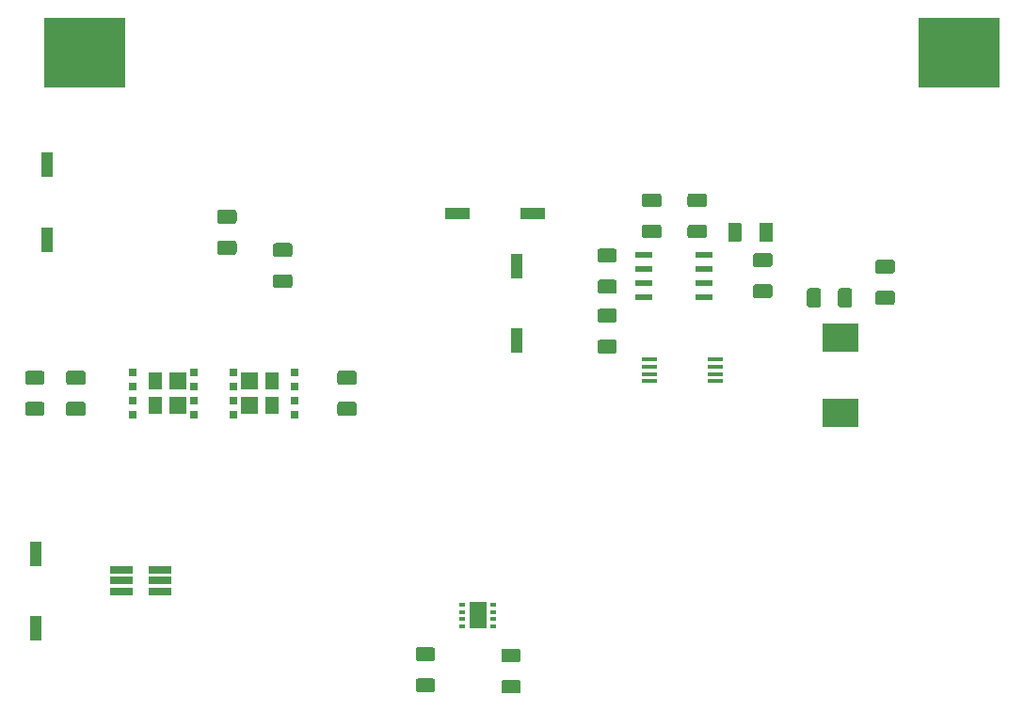
<source format=gbr>
G04 #@! TF.GenerationSoftware,KiCad,Pcbnew,(5.1.0)-1*
G04 #@! TF.CreationDate,2019-06-24T17:08:15-03:00*
G04 #@! TF.ProjectId,Main,4d61696e-2e6b-4696-9361-645f70636258,1.0*
G04 #@! TF.SameCoordinates,Original*
G04 #@! TF.FileFunction,Paste,Top*
G04 #@! TF.FilePolarity,Positive*
%FSLAX46Y46*%
G04 Gerber Fmt 4.6, Leading zero omitted, Abs format (unit mm)*
G04 Created by KiCad (PCBNEW (5.1.0)-1) date 2019-06-24 17:08:15*
%MOMM*%
%LPD*%
G04 APERTURE LIST*
%ADD10R,7.340000X6.350000*%
%ADD11C,0.100000*%
%ADD12C,1.250000*%
%ADD13R,3.300000X2.500000*%
%ADD14R,1.200000X1.550000*%
%ADD15R,1.600000X1.550000*%
%ADD16R,0.800000X0.700000*%
%ADD17R,1.450000X0.450000*%
%ADD18R,2.160000X1.120000*%
%ADD19R,1.120000X2.160000*%
%ADD20R,1.550000X0.600000*%
%ADD21R,0.500000X0.350000*%
%ADD22R,1.650000X2.400000*%
%ADD23R,2.000000X0.650000*%
G04 APERTURE END LIST*
D10*
X33990000Y-36310000D03*
X112650000Y-36310000D03*
D11*
G36*
X81669504Y-53986204D02*
G01*
X81693773Y-53989804D01*
X81717571Y-53995765D01*
X81740671Y-54004030D01*
X81762849Y-54014520D01*
X81783893Y-54027133D01*
X81803598Y-54041747D01*
X81821777Y-54058223D01*
X81838253Y-54076402D01*
X81852867Y-54096107D01*
X81865480Y-54117151D01*
X81875970Y-54139329D01*
X81884235Y-54162429D01*
X81890196Y-54186227D01*
X81893796Y-54210496D01*
X81895000Y-54235000D01*
X81895000Y-54985000D01*
X81893796Y-55009504D01*
X81890196Y-55033773D01*
X81884235Y-55057571D01*
X81875970Y-55080671D01*
X81865480Y-55102849D01*
X81852867Y-55123893D01*
X81838253Y-55143598D01*
X81821777Y-55161777D01*
X81803598Y-55178253D01*
X81783893Y-55192867D01*
X81762849Y-55205480D01*
X81740671Y-55215970D01*
X81717571Y-55224235D01*
X81693773Y-55230196D01*
X81669504Y-55233796D01*
X81645000Y-55235000D01*
X80395000Y-55235000D01*
X80370496Y-55233796D01*
X80346227Y-55230196D01*
X80322429Y-55224235D01*
X80299329Y-55215970D01*
X80277151Y-55205480D01*
X80256107Y-55192867D01*
X80236402Y-55178253D01*
X80218223Y-55161777D01*
X80201747Y-55143598D01*
X80187133Y-55123893D01*
X80174520Y-55102849D01*
X80164030Y-55080671D01*
X80155765Y-55057571D01*
X80149804Y-55033773D01*
X80146204Y-55009504D01*
X80145000Y-54985000D01*
X80145000Y-54235000D01*
X80146204Y-54210496D01*
X80149804Y-54186227D01*
X80155765Y-54162429D01*
X80164030Y-54139329D01*
X80174520Y-54117151D01*
X80187133Y-54096107D01*
X80201747Y-54076402D01*
X80218223Y-54058223D01*
X80236402Y-54041747D01*
X80256107Y-54027133D01*
X80277151Y-54014520D01*
X80299329Y-54004030D01*
X80322429Y-53995765D01*
X80346227Y-53989804D01*
X80370496Y-53986204D01*
X80395000Y-53985000D01*
X81645000Y-53985000D01*
X81669504Y-53986204D01*
X81669504Y-53986204D01*
G37*
D12*
X81020000Y-54610000D03*
D11*
G36*
X81669504Y-56786204D02*
G01*
X81693773Y-56789804D01*
X81717571Y-56795765D01*
X81740671Y-56804030D01*
X81762849Y-56814520D01*
X81783893Y-56827133D01*
X81803598Y-56841747D01*
X81821777Y-56858223D01*
X81838253Y-56876402D01*
X81852867Y-56896107D01*
X81865480Y-56917151D01*
X81875970Y-56939329D01*
X81884235Y-56962429D01*
X81890196Y-56986227D01*
X81893796Y-57010496D01*
X81895000Y-57035000D01*
X81895000Y-57785000D01*
X81893796Y-57809504D01*
X81890196Y-57833773D01*
X81884235Y-57857571D01*
X81875970Y-57880671D01*
X81865480Y-57902849D01*
X81852867Y-57923893D01*
X81838253Y-57943598D01*
X81821777Y-57961777D01*
X81803598Y-57978253D01*
X81783893Y-57992867D01*
X81762849Y-58005480D01*
X81740671Y-58015970D01*
X81717571Y-58024235D01*
X81693773Y-58030196D01*
X81669504Y-58033796D01*
X81645000Y-58035000D01*
X80395000Y-58035000D01*
X80370496Y-58033796D01*
X80346227Y-58030196D01*
X80322429Y-58024235D01*
X80299329Y-58015970D01*
X80277151Y-58005480D01*
X80256107Y-57992867D01*
X80236402Y-57978253D01*
X80218223Y-57961777D01*
X80201747Y-57943598D01*
X80187133Y-57923893D01*
X80174520Y-57902849D01*
X80164030Y-57880671D01*
X80155765Y-57857571D01*
X80149804Y-57833773D01*
X80146204Y-57809504D01*
X80145000Y-57785000D01*
X80145000Y-57035000D01*
X80146204Y-57010496D01*
X80149804Y-56986227D01*
X80155765Y-56962429D01*
X80164030Y-56939329D01*
X80174520Y-56917151D01*
X80187133Y-56896107D01*
X80201747Y-56876402D01*
X80218223Y-56858223D01*
X80236402Y-56841747D01*
X80256107Y-56827133D01*
X80277151Y-56814520D01*
X80299329Y-56804030D01*
X80322429Y-56795765D01*
X80346227Y-56789804D01*
X80370496Y-56786204D01*
X80395000Y-56785000D01*
X81645000Y-56785000D01*
X81669504Y-56786204D01*
X81669504Y-56786204D01*
G37*
D12*
X81020000Y-57410000D03*
D11*
G36*
X92919504Y-51636204D02*
G01*
X92943773Y-51639804D01*
X92967571Y-51645765D01*
X92990671Y-51654030D01*
X93012849Y-51664520D01*
X93033893Y-51677133D01*
X93053598Y-51691747D01*
X93071777Y-51708223D01*
X93088253Y-51726402D01*
X93102867Y-51746107D01*
X93115480Y-51767151D01*
X93125970Y-51789329D01*
X93134235Y-51812429D01*
X93140196Y-51836227D01*
X93143796Y-51860496D01*
X93145000Y-51885000D01*
X93145000Y-53135000D01*
X93143796Y-53159504D01*
X93140196Y-53183773D01*
X93134235Y-53207571D01*
X93125970Y-53230671D01*
X93115480Y-53252849D01*
X93102867Y-53273893D01*
X93088253Y-53293598D01*
X93071777Y-53311777D01*
X93053598Y-53328253D01*
X93033893Y-53342867D01*
X93012849Y-53355480D01*
X92990671Y-53365970D01*
X92967571Y-53374235D01*
X92943773Y-53380196D01*
X92919504Y-53383796D01*
X92895000Y-53385000D01*
X92145000Y-53385000D01*
X92120496Y-53383796D01*
X92096227Y-53380196D01*
X92072429Y-53374235D01*
X92049329Y-53365970D01*
X92027151Y-53355480D01*
X92006107Y-53342867D01*
X91986402Y-53328253D01*
X91968223Y-53311777D01*
X91951747Y-53293598D01*
X91937133Y-53273893D01*
X91924520Y-53252849D01*
X91914030Y-53230671D01*
X91905765Y-53207571D01*
X91899804Y-53183773D01*
X91896204Y-53159504D01*
X91895000Y-53135000D01*
X91895000Y-51885000D01*
X91896204Y-51860496D01*
X91899804Y-51836227D01*
X91905765Y-51812429D01*
X91914030Y-51789329D01*
X91924520Y-51767151D01*
X91937133Y-51746107D01*
X91951747Y-51726402D01*
X91968223Y-51708223D01*
X91986402Y-51691747D01*
X92006107Y-51677133D01*
X92027151Y-51664520D01*
X92049329Y-51654030D01*
X92072429Y-51645765D01*
X92096227Y-51639804D01*
X92120496Y-51636204D01*
X92145000Y-51635000D01*
X92895000Y-51635000D01*
X92919504Y-51636204D01*
X92919504Y-51636204D01*
G37*
D12*
X92520000Y-52510000D03*
D11*
G36*
X95719504Y-51636204D02*
G01*
X95743773Y-51639804D01*
X95767571Y-51645765D01*
X95790671Y-51654030D01*
X95812849Y-51664520D01*
X95833893Y-51677133D01*
X95853598Y-51691747D01*
X95871777Y-51708223D01*
X95888253Y-51726402D01*
X95902867Y-51746107D01*
X95915480Y-51767151D01*
X95925970Y-51789329D01*
X95934235Y-51812429D01*
X95940196Y-51836227D01*
X95943796Y-51860496D01*
X95945000Y-51885000D01*
X95945000Y-53135000D01*
X95943796Y-53159504D01*
X95940196Y-53183773D01*
X95934235Y-53207571D01*
X95925970Y-53230671D01*
X95915480Y-53252849D01*
X95902867Y-53273893D01*
X95888253Y-53293598D01*
X95871777Y-53311777D01*
X95853598Y-53328253D01*
X95833893Y-53342867D01*
X95812849Y-53355480D01*
X95790671Y-53365970D01*
X95767571Y-53374235D01*
X95743773Y-53380196D01*
X95719504Y-53383796D01*
X95695000Y-53385000D01*
X94945000Y-53385000D01*
X94920496Y-53383796D01*
X94896227Y-53380196D01*
X94872429Y-53374235D01*
X94849329Y-53365970D01*
X94827151Y-53355480D01*
X94806107Y-53342867D01*
X94786402Y-53328253D01*
X94768223Y-53311777D01*
X94751747Y-53293598D01*
X94737133Y-53273893D01*
X94724520Y-53252849D01*
X94714030Y-53230671D01*
X94705765Y-53207571D01*
X94699804Y-53183773D01*
X94696204Y-53159504D01*
X94695000Y-53135000D01*
X94695000Y-51885000D01*
X94696204Y-51860496D01*
X94699804Y-51836227D01*
X94705765Y-51812429D01*
X94714030Y-51789329D01*
X94724520Y-51767151D01*
X94737133Y-51746107D01*
X94751747Y-51726402D01*
X94768223Y-51708223D01*
X94786402Y-51691747D01*
X94806107Y-51677133D01*
X94827151Y-51664520D01*
X94849329Y-51654030D01*
X94872429Y-51645765D01*
X94896227Y-51639804D01*
X94920496Y-51636204D01*
X94945000Y-51635000D01*
X95695000Y-51635000D01*
X95719504Y-51636204D01*
X95719504Y-51636204D01*
G37*
D12*
X95320000Y-52510000D03*
D11*
G36*
X52469504Y-53486204D02*
G01*
X52493773Y-53489804D01*
X52517571Y-53495765D01*
X52540671Y-53504030D01*
X52562849Y-53514520D01*
X52583893Y-53527133D01*
X52603598Y-53541747D01*
X52621777Y-53558223D01*
X52638253Y-53576402D01*
X52652867Y-53596107D01*
X52665480Y-53617151D01*
X52675970Y-53639329D01*
X52684235Y-53662429D01*
X52690196Y-53686227D01*
X52693796Y-53710496D01*
X52695000Y-53735000D01*
X52695000Y-54485000D01*
X52693796Y-54509504D01*
X52690196Y-54533773D01*
X52684235Y-54557571D01*
X52675970Y-54580671D01*
X52665480Y-54602849D01*
X52652867Y-54623893D01*
X52638253Y-54643598D01*
X52621777Y-54661777D01*
X52603598Y-54678253D01*
X52583893Y-54692867D01*
X52562849Y-54705480D01*
X52540671Y-54715970D01*
X52517571Y-54724235D01*
X52493773Y-54730196D01*
X52469504Y-54733796D01*
X52445000Y-54735000D01*
X51195000Y-54735000D01*
X51170496Y-54733796D01*
X51146227Y-54730196D01*
X51122429Y-54724235D01*
X51099329Y-54715970D01*
X51077151Y-54705480D01*
X51056107Y-54692867D01*
X51036402Y-54678253D01*
X51018223Y-54661777D01*
X51001747Y-54643598D01*
X50987133Y-54623893D01*
X50974520Y-54602849D01*
X50964030Y-54580671D01*
X50955765Y-54557571D01*
X50949804Y-54533773D01*
X50946204Y-54509504D01*
X50945000Y-54485000D01*
X50945000Y-53735000D01*
X50946204Y-53710496D01*
X50949804Y-53686227D01*
X50955765Y-53662429D01*
X50964030Y-53639329D01*
X50974520Y-53617151D01*
X50987133Y-53596107D01*
X51001747Y-53576402D01*
X51018223Y-53558223D01*
X51036402Y-53541747D01*
X51056107Y-53527133D01*
X51077151Y-53514520D01*
X51099329Y-53504030D01*
X51122429Y-53495765D01*
X51146227Y-53489804D01*
X51170496Y-53486204D01*
X51195000Y-53485000D01*
X52445000Y-53485000D01*
X52469504Y-53486204D01*
X52469504Y-53486204D01*
G37*
D12*
X51820000Y-54110000D03*
D11*
G36*
X52469504Y-56286204D02*
G01*
X52493773Y-56289804D01*
X52517571Y-56295765D01*
X52540671Y-56304030D01*
X52562849Y-56314520D01*
X52583893Y-56327133D01*
X52603598Y-56341747D01*
X52621777Y-56358223D01*
X52638253Y-56376402D01*
X52652867Y-56396107D01*
X52665480Y-56417151D01*
X52675970Y-56439329D01*
X52684235Y-56462429D01*
X52690196Y-56486227D01*
X52693796Y-56510496D01*
X52695000Y-56535000D01*
X52695000Y-57285000D01*
X52693796Y-57309504D01*
X52690196Y-57333773D01*
X52684235Y-57357571D01*
X52675970Y-57380671D01*
X52665480Y-57402849D01*
X52652867Y-57423893D01*
X52638253Y-57443598D01*
X52621777Y-57461777D01*
X52603598Y-57478253D01*
X52583893Y-57492867D01*
X52562849Y-57505480D01*
X52540671Y-57515970D01*
X52517571Y-57524235D01*
X52493773Y-57530196D01*
X52469504Y-57533796D01*
X52445000Y-57535000D01*
X51195000Y-57535000D01*
X51170496Y-57533796D01*
X51146227Y-57530196D01*
X51122429Y-57524235D01*
X51099329Y-57515970D01*
X51077151Y-57505480D01*
X51056107Y-57492867D01*
X51036402Y-57478253D01*
X51018223Y-57461777D01*
X51001747Y-57443598D01*
X50987133Y-57423893D01*
X50974520Y-57402849D01*
X50964030Y-57380671D01*
X50955765Y-57357571D01*
X50949804Y-57333773D01*
X50946204Y-57309504D01*
X50945000Y-57285000D01*
X50945000Y-56535000D01*
X50946204Y-56510496D01*
X50949804Y-56486227D01*
X50955765Y-56462429D01*
X50964030Y-56439329D01*
X50974520Y-56417151D01*
X50987133Y-56396107D01*
X51001747Y-56376402D01*
X51018223Y-56358223D01*
X51036402Y-56341747D01*
X51056107Y-56327133D01*
X51077151Y-56314520D01*
X51099329Y-56304030D01*
X51122429Y-56295765D01*
X51146227Y-56289804D01*
X51170496Y-56286204D01*
X51195000Y-56285000D01*
X52445000Y-56285000D01*
X52469504Y-56286204D01*
X52469504Y-56286204D01*
G37*
D12*
X51820000Y-56910000D03*
D11*
G36*
X89774505Y-51809205D02*
G01*
X89798774Y-51812805D01*
X89822572Y-51818766D01*
X89845672Y-51827031D01*
X89867850Y-51837521D01*
X89888894Y-51850134D01*
X89908599Y-51864748D01*
X89926778Y-51881224D01*
X89943254Y-51899403D01*
X89957868Y-51919108D01*
X89970481Y-51940152D01*
X89980971Y-51962330D01*
X89989236Y-51985430D01*
X89995197Y-52009228D01*
X89998797Y-52033497D01*
X90000001Y-52058001D01*
X90000001Y-52808001D01*
X89998797Y-52832505D01*
X89995197Y-52856774D01*
X89989236Y-52880572D01*
X89980971Y-52903672D01*
X89970481Y-52925850D01*
X89957868Y-52946894D01*
X89943254Y-52966599D01*
X89926778Y-52984778D01*
X89908599Y-53001254D01*
X89888894Y-53015868D01*
X89867850Y-53028481D01*
X89845672Y-53038971D01*
X89822572Y-53047236D01*
X89798774Y-53053197D01*
X89774505Y-53056797D01*
X89750001Y-53058001D01*
X88500001Y-53058001D01*
X88475497Y-53056797D01*
X88451228Y-53053197D01*
X88427430Y-53047236D01*
X88404330Y-53038971D01*
X88382152Y-53028481D01*
X88361108Y-53015868D01*
X88341403Y-53001254D01*
X88323224Y-52984778D01*
X88306748Y-52966599D01*
X88292134Y-52946894D01*
X88279521Y-52925850D01*
X88269031Y-52903672D01*
X88260766Y-52880572D01*
X88254805Y-52856774D01*
X88251205Y-52832505D01*
X88250001Y-52808001D01*
X88250001Y-52058001D01*
X88251205Y-52033497D01*
X88254805Y-52009228D01*
X88260766Y-51985430D01*
X88269031Y-51962330D01*
X88279521Y-51940152D01*
X88292134Y-51919108D01*
X88306748Y-51899403D01*
X88323224Y-51881224D01*
X88341403Y-51864748D01*
X88361108Y-51850134D01*
X88382152Y-51837521D01*
X88404330Y-51827031D01*
X88427430Y-51818766D01*
X88451228Y-51812805D01*
X88475497Y-51809205D01*
X88500001Y-51808001D01*
X89750001Y-51808001D01*
X89774505Y-51809205D01*
X89774505Y-51809205D01*
G37*
D12*
X89125001Y-52433001D03*
D11*
G36*
X89774505Y-49009205D02*
G01*
X89798774Y-49012805D01*
X89822572Y-49018766D01*
X89845672Y-49027031D01*
X89867850Y-49037521D01*
X89888894Y-49050134D01*
X89908599Y-49064748D01*
X89926778Y-49081224D01*
X89943254Y-49099403D01*
X89957868Y-49119108D01*
X89970481Y-49140152D01*
X89980971Y-49162330D01*
X89989236Y-49185430D01*
X89995197Y-49209228D01*
X89998797Y-49233497D01*
X90000001Y-49258001D01*
X90000001Y-50008001D01*
X89998797Y-50032505D01*
X89995197Y-50056774D01*
X89989236Y-50080572D01*
X89980971Y-50103672D01*
X89970481Y-50125850D01*
X89957868Y-50146894D01*
X89943254Y-50166599D01*
X89926778Y-50184778D01*
X89908599Y-50201254D01*
X89888894Y-50215868D01*
X89867850Y-50228481D01*
X89845672Y-50238971D01*
X89822572Y-50247236D01*
X89798774Y-50253197D01*
X89774505Y-50256797D01*
X89750001Y-50258001D01*
X88500001Y-50258001D01*
X88475497Y-50256797D01*
X88451228Y-50253197D01*
X88427430Y-50247236D01*
X88404330Y-50238971D01*
X88382152Y-50228481D01*
X88361108Y-50215868D01*
X88341403Y-50201254D01*
X88323224Y-50184778D01*
X88306748Y-50166599D01*
X88292134Y-50146894D01*
X88279521Y-50125850D01*
X88269031Y-50103672D01*
X88260766Y-50080572D01*
X88254805Y-50056774D01*
X88251205Y-50032505D01*
X88250001Y-50008001D01*
X88250001Y-49258001D01*
X88251205Y-49233497D01*
X88254805Y-49209228D01*
X88260766Y-49185430D01*
X88269031Y-49162330D01*
X88279521Y-49140152D01*
X88292134Y-49119108D01*
X88306748Y-49099403D01*
X88323224Y-49081224D01*
X88341403Y-49064748D01*
X88361108Y-49050134D01*
X88382152Y-49037521D01*
X88404330Y-49027031D01*
X88427430Y-49018766D01*
X88451228Y-49012805D01*
X88475497Y-49009205D01*
X88500001Y-49008001D01*
X89750001Y-49008001D01*
X89774505Y-49009205D01*
X89774505Y-49009205D01*
G37*
D12*
X89125001Y-49633001D03*
D11*
G36*
X85669504Y-49009205D02*
G01*
X85693773Y-49012805D01*
X85717571Y-49018766D01*
X85740671Y-49027031D01*
X85762849Y-49037521D01*
X85783893Y-49050134D01*
X85803598Y-49064748D01*
X85821777Y-49081224D01*
X85838253Y-49099403D01*
X85852867Y-49119108D01*
X85865480Y-49140152D01*
X85875970Y-49162330D01*
X85884235Y-49185430D01*
X85890196Y-49209228D01*
X85893796Y-49233497D01*
X85895000Y-49258001D01*
X85895000Y-50008001D01*
X85893796Y-50032505D01*
X85890196Y-50056774D01*
X85884235Y-50080572D01*
X85875970Y-50103672D01*
X85865480Y-50125850D01*
X85852867Y-50146894D01*
X85838253Y-50166599D01*
X85821777Y-50184778D01*
X85803598Y-50201254D01*
X85783893Y-50215868D01*
X85762849Y-50228481D01*
X85740671Y-50238971D01*
X85717571Y-50247236D01*
X85693773Y-50253197D01*
X85669504Y-50256797D01*
X85645000Y-50258001D01*
X84395000Y-50258001D01*
X84370496Y-50256797D01*
X84346227Y-50253197D01*
X84322429Y-50247236D01*
X84299329Y-50238971D01*
X84277151Y-50228481D01*
X84256107Y-50215868D01*
X84236402Y-50201254D01*
X84218223Y-50184778D01*
X84201747Y-50166599D01*
X84187133Y-50146894D01*
X84174520Y-50125850D01*
X84164030Y-50103672D01*
X84155765Y-50080572D01*
X84149804Y-50056774D01*
X84146204Y-50032505D01*
X84145000Y-50008001D01*
X84145000Y-49258001D01*
X84146204Y-49233497D01*
X84149804Y-49209228D01*
X84155765Y-49185430D01*
X84164030Y-49162330D01*
X84174520Y-49140152D01*
X84187133Y-49119108D01*
X84201747Y-49099403D01*
X84218223Y-49081224D01*
X84236402Y-49064748D01*
X84256107Y-49050134D01*
X84277151Y-49037521D01*
X84299329Y-49027031D01*
X84322429Y-49018766D01*
X84346227Y-49012805D01*
X84370496Y-49009205D01*
X84395000Y-49008001D01*
X85645000Y-49008001D01*
X85669504Y-49009205D01*
X85669504Y-49009205D01*
G37*
D12*
X85020000Y-49633001D03*
D11*
G36*
X85669504Y-51809205D02*
G01*
X85693773Y-51812805D01*
X85717571Y-51818766D01*
X85740671Y-51827031D01*
X85762849Y-51837521D01*
X85783893Y-51850134D01*
X85803598Y-51864748D01*
X85821777Y-51881224D01*
X85838253Y-51899403D01*
X85852867Y-51919108D01*
X85865480Y-51940152D01*
X85875970Y-51962330D01*
X85884235Y-51985430D01*
X85890196Y-52009228D01*
X85893796Y-52033497D01*
X85895000Y-52058001D01*
X85895000Y-52808001D01*
X85893796Y-52832505D01*
X85890196Y-52856774D01*
X85884235Y-52880572D01*
X85875970Y-52903672D01*
X85865480Y-52925850D01*
X85852867Y-52946894D01*
X85838253Y-52966599D01*
X85821777Y-52984778D01*
X85803598Y-53001254D01*
X85783893Y-53015868D01*
X85762849Y-53028481D01*
X85740671Y-53038971D01*
X85717571Y-53047236D01*
X85693773Y-53053197D01*
X85669504Y-53056797D01*
X85645000Y-53058001D01*
X84395000Y-53058001D01*
X84370496Y-53056797D01*
X84346227Y-53053197D01*
X84322429Y-53047236D01*
X84299329Y-53038971D01*
X84277151Y-53028481D01*
X84256107Y-53015868D01*
X84236402Y-53001254D01*
X84218223Y-52984778D01*
X84201747Y-52966599D01*
X84187133Y-52946894D01*
X84174520Y-52925850D01*
X84164030Y-52903672D01*
X84155765Y-52880572D01*
X84149804Y-52856774D01*
X84146204Y-52832505D01*
X84145000Y-52808001D01*
X84145000Y-52058001D01*
X84146204Y-52033497D01*
X84149804Y-52009228D01*
X84155765Y-51985430D01*
X84164030Y-51962330D01*
X84174520Y-51940152D01*
X84187133Y-51919108D01*
X84201747Y-51899403D01*
X84218223Y-51881224D01*
X84236402Y-51864748D01*
X84256107Y-51850134D01*
X84277151Y-51837521D01*
X84299329Y-51827031D01*
X84322429Y-51818766D01*
X84346227Y-51812805D01*
X84370496Y-51809205D01*
X84395000Y-51808001D01*
X85645000Y-51808001D01*
X85669504Y-51809205D01*
X85669504Y-51809205D01*
G37*
D12*
X85020000Y-52433001D03*
D11*
G36*
X65306503Y-89871205D02*
G01*
X65330772Y-89874805D01*
X65354570Y-89880766D01*
X65377670Y-89889031D01*
X65399848Y-89899521D01*
X65420892Y-89912134D01*
X65440597Y-89926748D01*
X65458776Y-89943224D01*
X65475252Y-89961403D01*
X65489866Y-89981108D01*
X65502479Y-90002152D01*
X65512969Y-90024330D01*
X65521234Y-90047430D01*
X65527195Y-90071228D01*
X65530795Y-90095497D01*
X65531999Y-90120001D01*
X65531999Y-90870001D01*
X65530795Y-90894505D01*
X65527195Y-90918774D01*
X65521234Y-90942572D01*
X65512969Y-90965672D01*
X65502479Y-90987850D01*
X65489866Y-91008894D01*
X65475252Y-91028599D01*
X65458776Y-91046778D01*
X65440597Y-91063254D01*
X65420892Y-91077868D01*
X65399848Y-91090481D01*
X65377670Y-91100971D01*
X65354570Y-91109236D01*
X65330772Y-91115197D01*
X65306503Y-91118797D01*
X65281999Y-91120001D01*
X64031999Y-91120001D01*
X64007495Y-91118797D01*
X63983226Y-91115197D01*
X63959428Y-91109236D01*
X63936328Y-91100971D01*
X63914150Y-91090481D01*
X63893106Y-91077868D01*
X63873401Y-91063254D01*
X63855222Y-91046778D01*
X63838746Y-91028599D01*
X63824132Y-91008894D01*
X63811519Y-90987850D01*
X63801029Y-90965672D01*
X63792764Y-90942572D01*
X63786803Y-90918774D01*
X63783203Y-90894505D01*
X63781999Y-90870001D01*
X63781999Y-90120001D01*
X63783203Y-90095497D01*
X63786803Y-90071228D01*
X63792764Y-90047430D01*
X63801029Y-90024330D01*
X63811519Y-90002152D01*
X63824132Y-89981108D01*
X63838746Y-89961403D01*
X63855222Y-89943224D01*
X63873401Y-89926748D01*
X63893106Y-89912134D01*
X63914150Y-89899521D01*
X63936328Y-89889031D01*
X63959428Y-89880766D01*
X63983226Y-89874805D01*
X64007495Y-89871205D01*
X64031999Y-89870001D01*
X65281999Y-89870001D01*
X65306503Y-89871205D01*
X65306503Y-89871205D01*
G37*
D12*
X64656999Y-90495001D03*
D11*
G36*
X65306503Y-92671205D02*
G01*
X65330772Y-92674805D01*
X65354570Y-92680766D01*
X65377670Y-92689031D01*
X65399848Y-92699521D01*
X65420892Y-92712134D01*
X65440597Y-92726748D01*
X65458776Y-92743224D01*
X65475252Y-92761403D01*
X65489866Y-92781108D01*
X65502479Y-92802152D01*
X65512969Y-92824330D01*
X65521234Y-92847430D01*
X65527195Y-92871228D01*
X65530795Y-92895497D01*
X65531999Y-92920001D01*
X65531999Y-93670001D01*
X65530795Y-93694505D01*
X65527195Y-93718774D01*
X65521234Y-93742572D01*
X65512969Y-93765672D01*
X65502479Y-93787850D01*
X65489866Y-93808894D01*
X65475252Y-93828599D01*
X65458776Y-93846778D01*
X65440597Y-93863254D01*
X65420892Y-93877868D01*
X65399848Y-93890481D01*
X65377670Y-93900971D01*
X65354570Y-93909236D01*
X65330772Y-93915197D01*
X65306503Y-93918797D01*
X65281999Y-93920001D01*
X64031999Y-93920001D01*
X64007495Y-93918797D01*
X63983226Y-93915197D01*
X63959428Y-93909236D01*
X63936328Y-93900971D01*
X63914150Y-93890481D01*
X63893106Y-93877868D01*
X63873401Y-93863254D01*
X63855222Y-93846778D01*
X63838746Y-93828599D01*
X63824132Y-93808894D01*
X63811519Y-93787850D01*
X63801029Y-93765672D01*
X63792764Y-93742572D01*
X63786803Y-93718774D01*
X63783203Y-93694505D01*
X63781999Y-93670001D01*
X63781999Y-92920001D01*
X63783203Y-92895497D01*
X63786803Y-92871228D01*
X63792764Y-92847430D01*
X63801029Y-92824330D01*
X63811519Y-92802152D01*
X63824132Y-92781108D01*
X63838746Y-92761403D01*
X63855222Y-92743224D01*
X63873401Y-92726748D01*
X63893106Y-92712134D01*
X63914150Y-92699521D01*
X63936328Y-92689031D01*
X63959428Y-92680766D01*
X63983226Y-92674805D01*
X64007495Y-92671205D01*
X64031999Y-92670001D01*
X65281999Y-92670001D01*
X65306503Y-92671205D01*
X65306503Y-92671205D01*
G37*
D12*
X64656999Y-93295001D03*
D11*
G36*
X73019504Y-92786204D02*
G01*
X73043773Y-92789804D01*
X73067571Y-92795765D01*
X73090671Y-92804030D01*
X73112849Y-92814520D01*
X73133893Y-92827133D01*
X73153598Y-92841747D01*
X73171777Y-92858223D01*
X73188253Y-92876402D01*
X73202867Y-92896107D01*
X73215480Y-92917151D01*
X73225970Y-92939329D01*
X73234235Y-92962429D01*
X73240196Y-92986227D01*
X73243796Y-93010496D01*
X73245000Y-93035000D01*
X73245000Y-93785000D01*
X73243796Y-93809504D01*
X73240196Y-93833773D01*
X73234235Y-93857571D01*
X73225970Y-93880671D01*
X73215480Y-93902849D01*
X73202867Y-93923893D01*
X73188253Y-93943598D01*
X73171777Y-93961777D01*
X73153598Y-93978253D01*
X73133893Y-93992867D01*
X73112849Y-94005480D01*
X73090671Y-94015970D01*
X73067571Y-94024235D01*
X73043773Y-94030196D01*
X73019504Y-94033796D01*
X72995000Y-94035000D01*
X71745000Y-94035000D01*
X71720496Y-94033796D01*
X71696227Y-94030196D01*
X71672429Y-94024235D01*
X71649329Y-94015970D01*
X71627151Y-94005480D01*
X71606107Y-93992867D01*
X71586402Y-93978253D01*
X71568223Y-93961777D01*
X71551747Y-93943598D01*
X71537133Y-93923893D01*
X71524520Y-93902849D01*
X71514030Y-93880671D01*
X71505765Y-93857571D01*
X71499804Y-93833773D01*
X71496204Y-93809504D01*
X71495000Y-93785000D01*
X71495000Y-93035000D01*
X71496204Y-93010496D01*
X71499804Y-92986227D01*
X71505765Y-92962429D01*
X71514030Y-92939329D01*
X71524520Y-92917151D01*
X71537133Y-92896107D01*
X71551747Y-92876402D01*
X71568223Y-92858223D01*
X71586402Y-92841747D01*
X71606107Y-92827133D01*
X71627151Y-92814520D01*
X71649329Y-92804030D01*
X71672429Y-92795765D01*
X71696227Y-92789804D01*
X71720496Y-92786204D01*
X71745000Y-92785000D01*
X72995000Y-92785000D01*
X73019504Y-92786204D01*
X73019504Y-92786204D01*
G37*
D12*
X72370000Y-93410000D03*
D11*
G36*
X73019504Y-89986204D02*
G01*
X73043773Y-89989804D01*
X73067571Y-89995765D01*
X73090671Y-90004030D01*
X73112849Y-90014520D01*
X73133893Y-90027133D01*
X73153598Y-90041747D01*
X73171777Y-90058223D01*
X73188253Y-90076402D01*
X73202867Y-90096107D01*
X73215480Y-90117151D01*
X73225970Y-90139329D01*
X73234235Y-90162429D01*
X73240196Y-90186227D01*
X73243796Y-90210496D01*
X73245000Y-90235000D01*
X73245000Y-90985000D01*
X73243796Y-91009504D01*
X73240196Y-91033773D01*
X73234235Y-91057571D01*
X73225970Y-91080671D01*
X73215480Y-91102849D01*
X73202867Y-91123893D01*
X73188253Y-91143598D01*
X73171777Y-91161777D01*
X73153598Y-91178253D01*
X73133893Y-91192867D01*
X73112849Y-91205480D01*
X73090671Y-91215970D01*
X73067571Y-91224235D01*
X73043773Y-91230196D01*
X73019504Y-91233796D01*
X72995000Y-91235000D01*
X71745000Y-91235000D01*
X71720496Y-91233796D01*
X71696227Y-91230196D01*
X71672429Y-91224235D01*
X71649329Y-91215970D01*
X71627151Y-91205480D01*
X71606107Y-91192867D01*
X71586402Y-91178253D01*
X71568223Y-91161777D01*
X71551747Y-91143598D01*
X71537133Y-91123893D01*
X71524520Y-91102849D01*
X71514030Y-91080671D01*
X71505765Y-91057571D01*
X71499804Y-91033773D01*
X71496204Y-91009504D01*
X71495000Y-90985000D01*
X71495000Y-90235000D01*
X71496204Y-90210496D01*
X71499804Y-90186227D01*
X71505765Y-90162429D01*
X71514030Y-90139329D01*
X71524520Y-90117151D01*
X71537133Y-90096107D01*
X71551747Y-90076402D01*
X71568223Y-90058223D01*
X71586402Y-90041747D01*
X71606107Y-90027133D01*
X71627151Y-90014520D01*
X71649329Y-90004030D01*
X71672429Y-89995765D01*
X71696227Y-89989804D01*
X71720496Y-89986204D01*
X71745000Y-89985000D01*
X72995000Y-89985000D01*
X73019504Y-89986204D01*
X73019504Y-89986204D01*
G37*
D12*
X72370000Y-90610000D03*
D11*
G36*
X102819504Y-57536204D02*
G01*
X102843773Y-57539804D01*
X102867571Y-57545765D01*
X102890671Y-57554030D01*
X102912849Y-57564520D01*
X102933893Y-57577133D01*
X102953598Y-57591747D01*
X102971777Y-57608223D01*
X102988253Y-57626402D01*
X103002867Y-57646107D01*
X103015480Y-57667151D01*
X103025970Y-57689329D01*
X103034235Y-57712429D01*
X103040196Y-57736227D01*
X103043796Y-57760496D01*
X103045000Y-57785000D01*
X103045000Y-59035000D01*
X103043796Y-59059504D01*
X103040196Y-59083773D01*
X103034235Y-59107571D01*
X103025970Y-59130671D01*
X103015480Y-59152849D01*
X103002867Y-59173893D01*
X102988253Y-59193598D01*
X102971777Y-59211777D01*
X102953598Y-59228253D01*
X102933893Y-59242867D01*
X102912849Y-59255480D01*
X102890671Y-59265970D01*
X102867571Y-59274235D01*
X102843773Y-59280196D01*
X102819504Y-59283796D01*
X102795000Y-59285000D01*
X102045000Y-59285000D01*
X102020496Y-59283796D01*
X101996227Y-59280196D01*
X101972429Y-59274235D01*
X101949329Y-59265970D01*
X101927151Y-59255480D01*
X101906107Y-59242867D01*
X101886402Y-59228253D01*
X101868223Y-59211777D01*
X101851747Y-59193598D01*
X101837133Y-59173893D01*
X101824520Y-59152849D01*
X101814030Y-59130671D01*
X101805765Y-59107571D01*
X101799804Y-59083773D01*
X101796204Y-59059504D01*
X101795000Y-59035000D01*
X101795000Y-57785000D01*
X101796204Y-57760496D01*
X101799804Y-57736227D01*
X101805765Y-57712429D01*
X101814030Y-57689329D01*
X101824520Y-57667151D01*
X101837133Y-57646107D01*
X101851747Y-57626402D01*
X101868223Y-57608223D01*
X101886402Y-57591747D01*
X101906107Y-57577133D01*
X101927151Y-57564520D01*
X101949329Y-57554030D01*
X101972429Y-57545765D01*
X101996227Y-57539804D01*
X102020496Y-57536204D01*
X102045000Y-57535000D01*
X102795000Y-57535000D01*
X102819504Y-57536204D01*
X102819504Y-57536204D01*
G37*
D12*
X102420000Y-58410000D03*
D11*
G36*
X100019504Y-57536204D02*
G01*
X100043773Y-57539804D01*
X100067571Y-57545765D01*
X100090671Y-57554030D01*
X100112849Y-57564520D01*
X100133893Y-57577133D01*
X100153598Y-57591747D01*
X100171777Y-57608223D01*
X100188253Y-57626402D01*
X100202867Y-57646107D01*
X100215480Y-57667151D01*
X100225970Y-57689329D01*
X100234235Y-57712429D01*
X100240196Y-57736227D01*
X100243796Y-57760496D01*
X100245000Y-57785000D01*
X100245000Y-59035000D01*
X100243796Y-59059504D01*
X100240196Y-59083773D01*
X100234235Y-59107571D01*
X100225970Y-59130671D01*
X100215480Y-59152849D01*
X100202867Y-59173893D01*
X100188253Y-59193598D01*
X100171777Y-59211777D01*
X100153598Y-59228253D01*
X100133893Y-59242867D01*
X100112849Y-59255480D01*
X100090671Y-59265970D01*
X100067571Y-59274235D01*
X100043773Y-59280196D01*
X100019504Y-59283796D01*
X99995000Y-59285000D01*
X99245000Y-59285000D01*
X99220496Y-59283796D01*
X99196227Y-59280196D01*
X99172429Y-59274235D01*
X99149329Y-59265970D01*
X99127151Y-59255480D01*
X99106107Y-59242867D01*
X99086402Y-59228253D01*
X99068223Y-59211777D01*
X99051747Y-59193598D01*
X99037133Y-59173893D01*
X99024520Y-59152849D01*
X99014030Y-59130671D01*
X99005765Y-59107571D01*
X98999804Y-59083773D01*
X98996204Y-59059504D01*
X98995000Y-59035000D01*
X98995000Y-57785000D01*
X98996204Y-57760496D01*
X98999804Y-57736227D01*
X99005765Y-57712429D01*
X99014030Y-57689329D01*
X99024520Y-57667151D01*
X99037133Y-57646107D01*
X99051747Y-57626402D01*
X99068223Y-57608223D01*
X99086402Y-57591747D01*
X99106107Y-57577133D01*
X99127151Y-57564520D01*
X99149329Y-57554030D01*
X99172429Y-57545765D01*
X99196227Y-57539804D01*
X99220496Y-57536204D01*
X99245000Y-57535000D01*
X99995000Y-57535000D01*
X100019504Y-57536204D01*
X100019504Y-57536204D01*
G37*
D12*
X99620000Y-58410000D03*
D13*
X102020000Y-62010000D03*
X102020000Y-68810000D03*
D14*
X40370000Y-68100000D03*
X40370000Y-65920000D03*
D15*
X42370000Y-68100000D03*
X42370000Y-65920000D03*
D16*
X43870000Y-65100000D03*
X43870000Y-66370000D03*
X43870000Y-67650000D03*
X43870000Y-68920000D03*
X38370000Y-68920000D03*
X38370000Y-67650000D03*
X38370000Y-66370000D03*
X38370000Y-65100000D03*
X52870000Y-68920000D03*
X52870000Y-67650000D03*
X52870000Y-66370000D03*
X52870000Y-65100000D03*
X47370000Y-65100000D03*
X47370000Y-66370000D03*
X47370000Y-67650000D03*
X47370000Y-68920000D03*
D15*
X48870000Y-68100000D03*
X48870000Y-65920000D03*
D14*
X50870000Y-68100000D03*
X50870000Y-65920000D03*
D17*
X84860000Y-63965000D03*
X84860000Y-64615000D03*
X84860000Y-65265000D03*
X84860000Y-65915000D03*
X90760000Y-65915000D03*
X90760000Y-65265000D03*
X90760000Y-64615000D03*
X90760000Y-63965000D03*
D11*
G36*
X106669504Y-54986204D02*
G01*
X106693773Y-54989804D01*
X106717571Y-54995765D01*
X106740671Y-55004030D01*
X106762849Y-55014520D01*
X106783893Y-55027133D01*
X106803598Y-55041747D01*
X106821777Y-55058223D01*
X106838253Y-55076402D01*
X106852867Y-55096107D01*
X106865480Y-55117151D01*
X106875970Y-55139329D01*
X106884235Y-55162429D01*
X106890196Y-55186227D01*
X106893796Y-55210496D01*
X106895000Y-55235000D01*
X106895000Y-55985000D01*
X106893796Y-56009504D01*
X106890196Y-56033773D01*
X106884235Y-56057571D01*
X106875970Y-56080671D01*
X106865480Y-56102849D01*
X106852867Y-56123893D01*
X106838253Y-56143598D01*
X106821777Y-56161777D01*
X106803598Y-56178253D01*
X106783893Y-56192867D01*
X106762849Y-56205480D01*
X106740671Y-56215970D01*
X106717571Y-56224235D01*
X106693773Y-56230196D01*
X106669504Y-56233796D01*
X106645000Y-56235000D01*
X105395000Y-56235000D01*
X105370496Y-56233796D01*
X105346227Y-56230196D01*
X105322429Y-56224235D01*
X105299329Y-56215970D01*
X105277151Y-56205480D01*
X105256107Y-56192867D01*
X105236402Y-56178253D01*
X105218223Y-56161777D01*
X105201747Y-56143598D01*
X105187133Y-56123893D01*
X105174520Y-56102849D01*
X105164030Y-56080671D01*
X105155765Y-56057571D01*
X105149804Y-56033773D01*
X105146204Y-56009504D01*
X105145000Y-55985000D01*
X105145000Y-55235000D01*
X105146204Y-55210496D01*
X105149804Y-55186227D01*
X105155765Y-55162429D01*
X105164030Y-55139329D01*
X105174520Y-55117151D01*
X105187133Y-55096107D01*
X105201747Y-55076402D01*
X105218223Y-55058223D01*
X105236402Y-55041747D01*
X105256107Y-55027133D01*
X105277151Y-55014520D01*
X105299329Y-55004030D01*
X105322429Y-54995765D01*
X105346227Y-54989804D01*
X105370496Y-54986204D01*
X105395000Y-54985000D01*
X106645000Y-54985000D01*
X106669504Y-54986204D01*
X106669504Y-54986204D01*
G37*
D12*
X106020000Y-55610000D03*
D11*
G36*
X106669504Y-57786204D02*
G01*
X106693773Y-57789804D01*
X106717571Y-57795765D01*
X106740671Y-57804030D01*
X106762849Y-57814520D01*
X106783893Y-57827133D01*
X106803598Y-57841747D01*
X106821777Y-57858223D01*
X106838253Y-57876402D01*
X106852867Y-57896107D01*
X106865480Y-57917151D01*
X106875970Y-57939329D01*
X106884235Y-57962429D01*
X106890196Y-57986227D01*
X106893796Y-58010496D01*
X106895000Y-58035000D01*
X106895000Y-58785000D01*
X106893796Y-58809504D01*
X106890196Y-58833773D01*
X106884235Y-58857571D01*
X106875970Y-58880671D01*
X106865480Y-58902849D01*
X106852867Y-58923893D01*
X106838253Y-58943598D01*
X106821777Y-58961777D01*
X106803598Y-58978253D01*
X106783893Y-58992867D01*
X106762849Y-59005480D01*
X106740671Y-59015970D01*
X106717571Y-59024235D01*
X106693773Y-59030196D01*
X106669504Y-59033796D01*
X106645000Y-59035000D01*
X105395000Y-59035000D01*
X105370496Y-59033796D01*
X105346227Y-59030196D01*
X105322429Y-59024235D01*
X105299329Y-59015970D01*
X105277151Y-59005480D01*
X105256107Y-58992867D01*
X105236402Y-58978253D01*
X105218223Y-58961777D01*
X105201747Y-58943598D01*
X105187133Y-58923893D01*
X105174520Y-58902849D01*
X105164030Y-58880671D01*
X105155765Y-58857571D01*
X105149804Y-58833773D01*
X105146204Y-58809504D01*
X105145000Y-58785000D01*
X105145000Y-58035000D01*
X105146204Y-58010496D01*
X105149804Y-57986227D01*
X105155765Y-57962429D01*
X105164030Y-57939329D01*
X105174520Y-57917151D01*
X105187133Y-57896107D01*
X105201747Y-57876402D01*
X105218223Y-57858223D01*
X105236402Y-57841747D01*
X105256107Y-57827133D01*
X105277151Y-57814520D01*
X105299329Y-57804030D01*
X105322429Y-57795765D01*
X105346227Y-57789804D01*
X105370496Y-57786204D01*
X105395000Y-57785000D01*
X106645000Y-57785000D01*
X106669504Y-57786204D01*
X106669504Y-57786204D01*
G37*
D12*
X106020000Y-58410000D03*
D11*
G36*
X81669504Y-59386204D02*
G01*
X81693773Y-59389804D01*
X81717571Y-59395765D01*
X81740671Y-59404030D01*
X81762849Y-59414520D01*
X81783893Y-59427133D01*
X81803598Y-59441747D01*
X81821777Y-59458223D01*
X81838253Y-59476402D01*
X81852867Y-59496107D01*
X81865480Y-59517151D01*
X81875970Y-59539329D01*
X81884235Y-59562429D01*
X81890196Y-59586227D01*
X81893796Y-59610496D01*
X81895000Y-59635000D01*
X81895000Y-60385000D01*
X81893796Y-60409504D01*
X81890196Y-60433773D01*
X81884235Y-60457571D01*
X81875970Y-60480671D01*
X81865480Y-60502849D01*
X81852867Y-60523893D01*
X81838253Y-60543598D01*
X81821777Y-60561777D01*
X81803598Y-60578253D01*
X81783893Y-60592867D01*
X81762849Y-60605480D01*
X81740671Y-60615970D01*
X81717571Y-60624235D01*
X81693773Y-60630196D01*
X81669504Y-60633796D01*
X81645000Y-60635000D01*
X80395000Y-60635000D01*
X80370496Y-60633796D01*
X80346227Y-60630196D01*
X80322429Y-60624235D01*
X80299329Y-60615970D01*
X80277151Y-60605480D01*
X80256107Y-60592867D01*
X80236402Y-60578253D01*
X80218223Y-60561777D01*
X80201747Y-60543598D01*
X80187133Y-60523893D01*
X80174520Y-60502849D01*
X80164030Y-60480671D01*
X80155765Y-60457571D01*
X80149804Y-60433773D01*
X80146204Y-60409504D01*
X80145000Y-60385000D01*
X80145000Y-59635000D01*
X80146204Y-59610496D01*
X80149804Y-59586227D01*
X80155765Y-59562429D01*
X80164030Y-59539329D01*
X80174520Y-59517151D01*
X80187133Y-59496107D01*
X80201747Y-59476402D01*
X80218223Y-59458223D01*
X80236402Y-59441747D01*
X80256107Y-59427133D01*
X80277151Y-59414520D01*
X80299329Y-59404030D01*
X80322429Y-59395765D01*
X80346227Y-59389804D01*
X80370496Y-59386204D01*
X80395000Y-59385000D01*
X81645000Y-59385000D01*
X81669504Y-59386204D01*
X81669504Y-59386204D01*
G37*
D12*
X81020000Y-60010000D03*
D11*
G36*
X81669504Y-62186204D02*
G01*
X81693773Y-62189804D01*
X81717571Y-62195765D01*
X81740671Y-62204030D01*
X81762849Y-62214520D01*
X81783893Y-62227133D01*
X81803598Y-62241747D01*
X81821777Y-62258223D01*
X81838253Y-62276402D01*
X81852867Y-62296107D01*
X81865480Y-62317151D01*
X81875970Y-62339329D01*
X81884235Y-62362429D01*
X81890196Y-62386227D01*
X81893796Y-62410496D01*
X81895000Y-62435000D01*
X81895000Y-63185000D01*
X81893796Y-63209504D01*
X81890196Y-63233773D01*
X81884235Y-63257571D01*
X81875970Y-63280671D01*
X81865480Y-63302849D01*
X81852867Y-63323893D01*
X81838253Y-63343598D01*
X81821777Y-63361777D01*
X81803598Y-63378253D01*
X81783893Y-63392867D01*
X81762849Y-63405480D01*
X81740671Y-63415970D01*
X81717571Y-63424235D01*
X81693773Y-63430196D01*
X81669504Y-63433796D01*
X81645000Y-63435000D01*
X80395000Y-63435000D01*
X80370496Y-63433796D01*
X80346227Y-63430196D01*
X80322429Y-63424235D01*
X80299329Y-63415970D01*
X80277151Y-63405480D01*
X80256107Y-63392867D01*
X80236402Y-63378253D01*
X80218223Y-63361777D01*
X80201747Y-63343598D01*
X80187133Y-63323893D01*
X80174520Y-63302849D01*
X80164030Y-63280671D01*
X80155765Y-63257571D01*
X80149804Y-63233773D01*
X80146204Y-63209504D01*
X80145000Y-63185000D01*
X80145000Y-62435000D01*
X80146204Y-62410496D01*
X80149804Y-62386227D01*
X80155765Y-62362429D01*
X80164030Y-62339329D01*
X80174520Y-62317151D01*
X80187133Y-62296107D01*
X80201747Y-62276402D01*
X80218223Y-62258223D01*
X80236402Y-62241747D01*
X80256107Y-62227133D01*
X80277151Y-62214520D01*
X80299329Y-62204030D01*
X80322429Y-62195765D01*
X80346227Y-62189804D01*
X80370496Y-62186204D01*
X80395000Y-62185000D01*
X81645000Y-62185000D01*
X81669504Y-62186204D01*
X81669504Y-62186204D01*
G37*
D12*
X81020000Y-62810000D03*
D11*
G36*
X33869504Y-67786204D02*
G01*
X33893773Y-67789804D01*
X33917571Y-67795765D01*
X33940671Y-67804030D01*
X33962849Y-67814520D01*
X33983893Y-67827133D01*
X34003598Y-67841747D01*
X34021777Y-67858223D01*
X34038253Y-67876402D01*
X34052867Y-67896107D01*
X34065480Y-67917151D01*
X34075970Y-67939329D01*
X34084235Y-67962429D01*
X34090196Y-67986227D01*
X34093796Y-68010496D01*
X34095000Y-68035000D01*
X34095000Y-68785000D01*
X34093796Y-68809504D01*
X34090196Y-68833773D01*
X34084235Y-68857571D01*
X34075970Y-68880671D01*
X34065480Y-68902849D01*
X34052867Y-68923893D01*
X34038253Y-68943598D01*
X34021777Y-68961777D01*
X34003598Y-68978253D01*
X33983893Y-68992867D01*
X33962849Y-69005480D01*
X33940671Y-69015970D01*
X33917571Y-69024235D01*
X33893773Y-69030196D01*
X33869504Y-69033796D01*
X33845000Y-69035000D01*
X32595000Y-69035000D01*
X32570496Y-69033796D01*
X32546227Y-69030196D01*
X32522429Y-69024235D01*
X32499329Y-69015970D01*
X32477151Y-69005480D01*
X32456107Y-68992867D01*
X32436402Y-68978253D01*
X32418223Y-68961777D01*
X32401747Y-68943598D01*
X32387133Y-68923893D01*
X32374520Y-68902849D01*
X32364030Y-68880671D01*
X32355765Y-68857571D01*
X32349804Y-68833773D01*
X32346204Y-68809504D01*
X32345000Y-68785000D01*
X32345000Y-68035000D01*
X32346204Y-68010496D01*
X32349804Y-67986227D01*
X32355765Y-67962429D01*
X32364030Y-67939329D01*
X32374520Y-67917151D01*
X32387133Y-67896107D01*
X32401747Y-67876402D01*
X32418223Y-67858223D01*
X32436402Y-67841747D01*
X32456107Y-67827133D01*
X32477151Y-67814520D01*
X32499329Y-67804030D01*
X32522429Y-67795765D01*
X32546227Y-67789804D01*
X32570496Y-67786204D01*
X32595000Y-67785000D01*
X33845000Y-67785000D01*
X33869504Y-67786204D01*
X33869504Y-67786204D01*
G37*
D12*
X33220000Y-68410000D03*
D11*
G36*
X33869504Y-64986204D02*
G01*
X33893773Y-64989804D01*
X33917571Y-64995765D01*
X33940671Y-65004030D01*
X33962849Y-65014520D01*
X33983893Y-65027133D01*
X34003598Y-65041747D01*
X34021777Y-65058223D01*
X34038253Y-65076402D01*
X34052867Y-65096107D01*
X34065480Y-65117151D01*
X34075970Y-65139329D01*
X34084235Y-65162429D01*
X34090196Y-65186227D01*
X34093796Y-65210496D01*
X34095000Y-65235000D01*
X34095000Y-65985000D01*
X34093796Y-66009504D01*
X34090196Y-66033773D01*
X34084235Y-66057571D01*
X34075970Y-66080671D01*
X34065480Y-66102849D01*
X34052867Y-66123893D01*
X34038253Y-66143598D01*
X34021777Y-66161777D01*
X34003598Y-66178253D01*
X33983893Y-66192867D01*
X33962849Y-66205480D01*
X33940671Y-66215970D01*
X33917571Y-66224235D01*
X33893773Y-66230196D01*
X33869504Y-66233796D01*
X33845000Y-66235000D01*
X32595000Y-66235000D01*
X32570496Y-66233796D01*
X32546227Y-66230196D01*
X32522429Y-66224235D01*
X32499329Y-66215970D01*
X32477151Y-66205480D01*
X32456107Y-66192867D01*
X32436402Y-66178253D01*
X32418223Y-66161777D01*
X32401747Y-66143598D01*
X32387133Y-66123893D01*
X32374520Y-66102849D01*
X32364030Y-66080671D01*
X32355765Y-66057571D01*
X32349804Y-66033773D01*
X32346204Y-66009504D01*
X32345000Y-65985000D01*
X32345000Y-65235000D01*
X32346204Y-65210496D01*
X32349804Y-65186227D01*
X32355765Y-65162429D01*
X32364030Y-65139329D01*
X32374520Y-65117151D01*
X32387133Y-65096107D01*
X32401747Y-65076402D01*
X32418223Y-65058223D01*
X32436402Y-65041747D01*
X32456107Y-65027133D01*
X32477151Y-65014520D01*
X32499329Y-65004030D01*
X32522429Y-64995765D01*
X32546227Y-64989804D01*
X32570496Y-64986204D01*
X32595000Y-64985000D01*
X33845000Y-64985000D01*
X33869504Y-64986204D01*
X33869504Y-64986204D01*
G37*
D12*
X33220000Y-65610000D03*
D11*
G36*
X30169504Y-67786204D02*
G01*
X30193773Y-67789804D01*
X30217571Y-67795765D01*
X30240671Y-67804030D01*
X30262849Y-67814520D01*
X30283893Y-67827133D01*
X30303598Y-67841747D01*
X30321777Y-67858223D01*
X30338253Y-67876402D01*
X30352867Y-67896107D01*
X30365480Y-67917151D01*
X30375970Y-67939329D01*
X30384235Y-67962429D01*
X30390196Y-67986227D01*
X30393796Y-68010496D01*
X30395000Y-68035000D01*
X30395000Y-68785000D01*
X30393796Y-68809504D01*
X30390196Y-68833773D01*
X30384235Y-68857571D01*
X30375970Y-68880671D01*
X30365480Y-68902849D01*
X30352867Y-68923893D01*
X30338253Y-68943598D01*
X30321777Y-68961777D01*
X30303598Y-68978253D01*
X30283893Y-68992867D01*
X30262849Y-69005480D01*
X30240671Y-69015970D01*
X30217571Y-69024235D01*
X30193773Y-69030196D01*
X30169504Y-69033796D01*
X30145000Y-69035000D01*
X28895000Y-69035000D01*
X28870496Y-69033796D01*
X28846227Y-69030196D01*
X28822429Y-69024235D01*
X28799329Y-69015970D01*
X28777151Y-69005480D01*
X28756107Y-68992867D01*
X28736402Y-68978253D01*
X28718223Y-68961777D01*
X28701747Y-68943598D01*
X28687133Y-68923893D01*
X28674520Y-68902849D01*
X28664030Y-68880671D01*
X28655765Y-68857571D01*
X28649804Y-68833773D01*
X28646204Y-68809504D01*
X28645000Y-68785000D01*
X28645000Y-68035000D01*
X28646204Y-68010496D01*
X28649804Y-67986227D01*
X28655765Y-67962429D01*
X28664030Y-67939329D01*
X28674520Y-67917151D01*
X28687133Y-67896107D01*
X28701747Y-67876402D01*
X28718223Y-67858223D01*
X28736402Y-67841747D01*
X28756107Y-67827133D01*
X28777151Y-67814520D01*
X28799329Y-67804030D01*
X28822429Y-67795765D01*
X28846227Y-67789804D01*
X28870496Y-67786204D01*
X28895000Y-67785000D01*
X30145000Y-67785000D01*
X30169504Y-67786204D01*
X30169504Y-67786204D01*
G37*
D12*
X29520000Y-68410000D03*
D11*
G36*
X30169504Y-64986204D02*
G01*
X30193773Y-64989804D01*
X30217571Y-64995765D01*
X30240671Y-65004030D01*
X30262849Y-65014520D01*
X30283893Y-65027133D01*
X30303598Y-65041747D01*
X30321777Y-65058223D01*
X30338253Y-65076402D01*
X30352867Y-65096107D01*
X30365480Y-65117151D01*
X30375970Y-65139329D01*
X30384235Y-65162429D01*
X30390196Y-65186227D01*
X30393796Y-65210496D01*
X30395000Y-65235000D01*
X30395000Y-65985000D01*
X30393796Y-66009504D01*
X30390196Y-66033773D01*
X30384235Y-66057571D01*
X30375970Y-66080671D01*
X30365480Y-66102849D01*
X30352867Y-66123893D01*
X30338253Y-66143598D01*
X30321777Y-66161777D01*
X30303598Y-66178253D01*
X30283893Y-66192867D01*
X30262849Y-66205480D01*
X30240671Y-66215970D01*
X30217571Y-66224235D01*
X30193773Y-66230196D01*
X30169504Y-66233796D01*
X30145000Y-66235000D01*
X28895000Y-66235000D01*
X28870496Y-66233796D01*
X28846227Y-66230196D01*
X28822429Y-66224235D01*
X28799329Y-66215970D01*
X28777151Y-66205480D01*
X28756107Y-66192867D01*
X28736402Y-66178253D01*
X28718223Y-66161777D01*
X28701747Y-66143598D01*
X28687133Y-66123893D01*
X28674520Y-66102849D01*
X28664030Y-66080671D01*
X28655765Y-66057571D01*
X28649804Y-66033773D01*
X28646204Y-66009504D01*
X28645000Y-65985000D01*
X28645000Y-65235000D01*
X28646204Y-65210496D01*
X28649804Y-65186227D01*
X28655765Y-65162429D01*
X28664030Y-65139329D01*
X28674520Y-65117151D01*
X28687133Y-65096107D01*
X28701747Y-65076402D01*
X28718223Y-65058223D01*
X28736402Y-65041747D01*
X28756107Y-65027133D01*
X28777151Y-65014520D01*
X28799329Y-65004030D01*
X28822429Y-64995765D01*
X28846227Y-64989804D01*
X28870496Y-64986204D01*
X28895000Y-64985000D01*
X30145000Y-64985000D01*
X30169504Y-64986204D01*
X30169504Y-64986204D01*
G37*
D12*
X29520000Y-65610000D03*
D11*
G36*
X58269504Y-64986204D02*
G01*
X58293773Y-64989804D01*
X58317571Y-64995765D01*
X58340671Y-65004030D01*
X58362849Y-65014520D01*
X58383893Y-65027133D01*
X58403598Y-65041747D01*
X58421777Y-65058223D01*
X58438253Y-65076402D01*
X58452867Y-65096107D01*
X58465480Y-65117151D01*
X58475970Y-65139329D01*
X58484235Y-65162429D01*
X58490196Y-65186227D01*
X58493796Y-65210496D01*
X58495000Y-65235000D01*
X58495000Y-65985000D01*
X58493796Y-66009504D01*
X58490196Y-66033773D01*
X58484235Y-66057571D01*
X58475970Y-66080671D01*
X58465480Y-66102849D01*
X58452867Y-66123893D01*
X58438253Y-66143598D01*
X58421777Y-66161777D01*
X58403598Y-66178253D01*
X58383893Y-66192867D01*
X58362849Y-66205480D01*
X58340671Y-66215970D01*
X58317571Y-66224235D01*
X58293773Y-66230196D01*
X58269504Y-66233796D01*
X58245000Y-66235000D01*
X56995000Y-66235000D01*
X56970496Y-66233796D01*
X56946227Y-66230196D01*
X56922429Y-66224235D01*
X56899329Y-66215970D01*
X56877151Y-66205480D01*
X56856107Y-66192867D01*
X56836402Y-66178253D01*
X56818223Y-66161777D01*
X56801747Y-66143598D01*
X56787133Y-66123893D01*
X56774520Y-66102849D01*
X56764030Y-66080671D01*
X56755765Y-66057571D01*
X56749804Y-66033773D01*
X56746204Y-66009504D01*
X56745000Y-65985000D01*
X56745000Y-65235000D01*
X56746204Y-65210496D01*
X56749804Y-65186227D01*
X56755765Y-65162429D01*
X56764030Y-65139329D01*
X56774520Y-65117151D01*
X56787133Y-65096107D01*
X56801747Y-65076402D01*
X56818223Y-65058223D01*
X56836402Y-65041747D01*
X56856107Y-65027133D01*
X56877151Y-65014520D01*
X56899329Y-65004030D01*
X56922429Y-64995765D01*
X56946227Y-64989804D01*
X56970496Y-64986204D01*
X56995000Y-64985000D01*
X58245000Y-64985000D01*
X58269504Y-64986204D01*
X58269504Y-64986204D01*
G37*
D12*
X57620000Y-65610000D03*
D11*
G36*
X58269504Y-67786204D02*
G01*
X58293773Y-67789804D01*
X58317571Y-67795765D01*
X58340671Y-67804030D01*
X58362849Y-67814520D01*
X58383893Y-67827133D01*
X58403598Y-67841747D01*
X58421777Y-67858223D01*
X58438253Y-67876402D01*
X58452867Y-67896107D01*
X58465480Y-67917151D01*
X58475970Y-67939329D01*
X58484235Y-67962429D01*
X58490196Y-67986227D01*
X58493796Y-68010496D01*
X58495000Y-68035000D01*
X58495000Y-68785000D01*
X58493796Y-68809504D01*
X58490196Y-68833773D01*
X58484235Y-68857571D01*
X58475970Y-68880671D01*
X58465480Y-68902849D01*
X58452867Y-68923893D01*
X58438253Y-68943598D01*
X58421777Y-68961777D01*
X58403598Y-68978253D01*
X58383893Y-68992867D01*
X58362849Y-69005480D01*
X58340671Y-69015970D01*
X58317571Y-69024235D01*
X58293773Y-69030196D01*
X58269504Y-69033796D01*
X58245000Y-69035000D01*
X56995000Y-69035000D01*
X56970496Y-69033796D01*
X56946227Y-69030196D01*
X56922429Y-69024235D01*
X56899329Y-69015970D01*
X56877151Y-69005480D01*
X56856107Y-68992867D01*
X56836402Y-68978253D01*
X56818223Y-68961777D01*
X56801747Y-68943598D01*
X56787133Y-68923893D01*
X56774520Y-68902849D01*
X56764030Y-68880671D01*
X56755765Y-68857571D01*
X56749804Y-68833773D01*
X56746204Y-68809504D01*
X56745000Y-68785000D01*
X56745000Y-68035000D01*
X56746204Y-68010496D01*
X56749804Y-67986227D01*
X56755765Y-67962429D01*
X56764030Y-67939329D01*
X56774520Y-67917151D01*
X56787133Y-67896107D01*
X56801747Y-67876402D01*
X56818223Y-67858223D01*
X56836402Y-67841747D01*
X56856107Y-67827133D01*
X56877151Y-67814520D01*
X56899329Y-67804030D01*
X56922429Y-67795765D01*
X56946227Y-67789804D01*
X56970496Y-67786204D01*
X56995000Y-67785000D01*
X58245000Y-67785000D01*
X58269504Y-67786204D01*
X58269504Y-67786204D01*
G37*
D12*
X57620000Y-68410000D03*
D11*
G36*
X95669504Y-54386204D02*
G01*
X95693773Y-54389804D01*
X95717571Y-54395765D01*
X95740671Y-54404030D01*
X95762849Y-54414520D01*
X95783893Y-54427133D01*
X95803598Y-54441747D01*
X95821777Y-54458223D01*
X95838253Y-54476402D01*
X95852867Y-54496107D01*
X95865480Y-54517151D01*
X95875970Y-54539329D01*
X95884235Y-54562429D01*
X95890196Y-54586227D01*
X95893796Y-54610496D01*
X95895000Y-54635000D01*
X95895000Y-55385000D01*
X95893796Y-55409504D01*
X95890196Y-55433773D01*
X95884235Y-55457571D01*
X95875970Y-55480671D01*
X95865480Y-55502849D01*
X95852867Y-55523893D01*
X95838253Y-55543598D01*
X95821777Y-55561777D01*
X95803598Y-55578253D01*
X95783893Y-55592867D01*
X95762849Y-55605480D01*
X95740671Y-55615970D01*
X95717571Y-55624235D01*
X95693773Y-55630196D01*
X95669504Y-55633796D01*
X95645000Y-55635000D01*
X94395000Y-55635000D01*
X94370496Y-55633796D01*
X94346227Y-55630196D01*
X94322429Y-55624235D01*
X94299329Y-55615970D01*
X94277151Y-55605480D01*
X94256107Y-55592867D01*
X94236402Y-55578253D01*
X94218223Y-55561777D01*
X94201747Y-55543598D01*
X94187133Y-55523893D01*
X94174520Y-55502849D01*
X94164030Y-55480671D01*
X94155765Y-55457571D01*
X94149804Y-55433773D01*
X94146204Y-55409504D01*
X94145000Y-55385000D01*
X94145000Y-54635000D01*
X94146204Y-54610496D01*
X94149804Y-54586227D01*
X94155765Y-54562429D01*
X94164030Y-54539329D01*
X94174520Y-54517151D01*
X94187133Y-54496107D01*
X94201747Y-54476402D01*
X94218223Y-54458223D01*
X94236402Y-54441747D01*
X94256107Y-54427133D01*
X94277151Y-54414520D01*
X94299329Y-54404030D01*
X94322429Y-54395765D01*
X94346227Y-54389804D01*
X94370496Y-54386204D01*
X94395000Y-54385000D01*
X95645000Y-54385000D01*
X95669504Y-54386204D01*
X95669504Y-54386204D01*
G37*
D12*
X95020000Y-55010000D03*
D11*
G36*
X95669504Y-57186204D02*
G01*
X95693773Y-57189804D01*
X95717571Y-57195765D01*
X95740671Y-57204030D01*
X95762849Y-57214520D01*
X95783893Y-57227133D01*
X95803598Y-57241747D01*
X95821777Y-57258223D01*
X95838253Y-57276402D01*
X95852867Y-57296107D01*
X95865480Y-57317151D01*
X95875970Y-57339329D01*
X95884235Y-57362429D01*
X95890196Y-57386227D01*
X95893796Y-57410496D01*
X95895000Y-57435000D01*
X95895000Y-58185000D01*
X95893796Y-58209504D01*
X95890196Y-58233773D01*
X95884235Y-58257571D01*
X95875970Y-58280671D01*
X95865480Y-58302849D01*
X95852867Y-58323893D01*
X95838253Y-58343598D01*
X95821777Y-58361777D01*
X95803598Y-58378253D01*
X95783893Y-58392867D01*
X95762849Y-58405480D01*
X95740671Y-58415970D01*
X95717571Y-58424235D01*
X95693773Y-58430196D01*
X95669504Y-58433796D01*
X95645000Y-58435000D01*
X94395000Y-58435000D01*
X94370496Y-58433796D01*
X94346227Y-58430196D01*
X94322429Y-58424235D01*
X94299329Y-58415970D01*
X94277151Y-58405480D01*
X94256107Y-58392867D01*
X94236402Y-58378253D01*
X94218223Y-58361777D01*
X94201747Y-58343598D01*
X94187133Y-58323893D01*
X94174520Y-58302849D01*
X94164030Y-58280671D01*
X94155765Y-58257571D01*
X94149804Y-58233773D01*
X94146204Y-58209504D01*
X94145000Y-58185000D01*
X94145000Y-57435000D01*
X94146204Y-57410496D01*
X94149804Y-57386227D01*
X94155765Y-57362429D01*
X94164030Y-57339329D01*
X94174520Y-57317151D01*
X94187133Y-57296107D01*
X94201747Y-57276402D01*
X94218223Y-57258223D01*
X94236402Y-57241747D01*
X94256107Y-57227133D01*
X94277151Y-57214520D01*
X94299329Y-57204030D01*
X94322429Y-57195765D01*
X94346227Y-57189804D01*
X94370496Y-57186204D01*
X94395000Y-57185000D01*
X95645000Y-57185000D01*
X95669504Y-57186204D01*
X95669504Y-57186204D01*
G37*
D12*
X95020000Y-57810000D03*
D11*
G36*
X47469504Y-53286204D02*
G01*
X47493773Y-53289804D01*
X47517571Y-53295765D01*
X47540671Y-53304030D01*
X47562849Y-53314520D01*
X47583893Y-53327133D01*
X47603598Y-53341747D01*
X47621777Y-53358223D01*
X47638253Y-53376402D01*
X47652867Y-53396107D01*
X47665480Y-53417151D01*
X47675970Y-53439329D01*
X47684235Y-53462429D01*
X47690196Y-53486227D01*
X47693796Y-53510496D01*
X47695000Y-53535000D01*
X47695000Y-54285000D01*
X47693796Y-54309504D01*
X47690196Y-54333773D01*
X47684235Y-54357571D01*
X47675970Y-54380671D01*
X47665480Y-54402849D01*
X47652867Y-54423893D01*
X47638253Y-54443598D01*
X47621777Y-54461777D01*
X47603598Y-54478253D01*
X47583893Y-54492867D01*
X47562849Y-54505480D01*
X47540671Y-54515970D01*
X47517571Y-54524235D01*
X47493773Y-54530196D01*
X47469504Y-54533796D01*
X47445000Y-54535000D01*
X46195000Y-54535000D01*
X46170496Y-54533796D01*
X46146227Y-54530196D01*
X46122429Y-54524235D01*
X46099329Y-54515970D01*
X46077151Y-54505480D01*
X46056107Y-54492867D01*
X46036402Y-54478253D01*
X46018223Y-54461777D01*
X46001747Y-54443598D01*
X45987133Y-54423893D01*
X45974520Y-54402849D01*
X45964030Y-54380671D01*
X45955765Y-54357571D01*
X45949804Y-54333773D01*
X45946204Y-54309504D01*
X45945000Y-54285000D01*
X45945000Y-53535000D01*
X45946204Y-53510496D01*
X45949804Y-53486227D01*
X45955765Y-53462429D01*
X45964030Y-53439329D01*
X45974520Y-53417151D01*
X45987133Y-53396107D01*
X46001747Y-53376402D01*
X46018223Y-53358223D01*
X46036402Y-53341747D01*
X46056107Y-53327133D01*
X46077151Y-53314520D01*
X46099329Y-53304030D01*
X46122429Y-53295765D01*
X46146227Y-53289804D01*
X46170496Y-53286204D01*
X46195000Y-53285000D01*
X47445000Y-53285000D01*
X47469504Y-53286204D01*
X47469504Y-53286204D01*
G37*
D12*
X46820000Y-53910000D03*
D11*
G36*
X47469504Y-50486204D02*
G01*
X47493773Y-50489804D01*
X47517571Y-50495765D01*
X47540671Y-50504030D01*
X47562849Y-50514520D01*
X47583893Y-50527133D01*
X47603598Y-50541747D01*
X47621777Y-50558223D01*
X47638253Y-50576402D01*
X47652867Y-50596107D01*
X47665480Y-50617151D01*
X47675970Y-50639329D01*
X47684235Y-50662429D01*
X47690196Y-50686227D01*
X47693796Y-50710496D01*
X47695000Y-50735000D01*
X47695000Y-51485000D01*
X47693796Y-51509504D01*
X47690196Y-51533773D01*
X47684235Y-51557571D01*
X47675970Y-51580671D01*
X47665480Y-51602849D01*
X47652867Y-51623893D01*
X47638253Y-51643598D01*
X47621777Y-51661777D01*
X47603598Y-51678253D01*
X47583893Y-51692867D01*
X47562849Y-51705480D01*
X47540671Y-51715970D01*
X47517571Y-51724235D01*
X47493773Y-51730196D01*
X47469504Y-51733796D01*
X47445000Y-51735000D01*
X46195000Y-51735000D01*
X46170496Y-51733796D01*
X46146227Y-51730196D01*
X46122429Y-51724235D01*
X46099329Y-51715970D01*
X46077151Y-51705480D01*
X46056107Y-51692867D01*
X46036402Y-51678253D01*
X46018223Y-51661777D01*
X46001747Y-51643598D01*
X45987133Y-51623893D01*
X45974520Y-51602849D01*
X45964030Y-51580671D01*
X45955765Y-51557571D01*
X45949804Y-51533773D01*
X45946204Y-51509504D01*
X45945000Y-51485000D01*
X45945000Y-50735000D01*
X45946204Y-50710496D01*
X45949804Y-50686227D01*
X45955765Y-50662429D01*
X45964030Y-50639329D01*
X45974520Y-50617151D01*
X45987133Y-50596107D01*
X46001747Y-50576402D01*
X46018223Y-50558223D01*
X46036402Y-50541747D01*
X46056107Y-50527133D01*
X46077151Y-50514520D01*
X46099329Y-50504030D01*
X46122429Y-50495765D01*
X46146227Y-50489804D01*
X46170496Y-50486204D01*
X46195000Y-50485000D01*
X47445000Y-50485000D01*
X47469504Y-50486204D01*
X47469504Y-50486204D01*
G37*
D12*
X46820000Y-51110000D03*
D18*
X74320000Y-50810000D03*
X67590000Y-50810000D03*
D19*
X29620000Y-81445000D03*
X29620000Y-88175000D03*
X30620000Y-53175000D03*
X30620000Y-46445000D03*
D20*
X84320000Y-54505000D03*
X84320000Y-55775000D03*
X84320000Y-57045000D03*
X84320000Y-58315000D03*
X89720000Y-58315000D03*
X89720000Y-57045000D03*
X89720000Y-55775000D03*
X89720000Y-54505000D03*
D21*
X67970000Y-86035000D03*
X67970000Y-86685000D03*
X67970000Y-87335000D03*
X67970000Y-87985000D03*
X70770000Y-86685000D03*
X70770000Y-87985000D03*
X70770000Y-86035000D03*
X70770000Y-87335000D03*
D22*
X69370000Y-87010000D03*
D23*
X37350000Y-82920000D03*
X37350000Y-83870000D03*
X37350000Y-84820000D03*
X40770000Y-84820000D03*
X40770000Y-83870000D03*
X40770000Y-82920000D03*
D19*
X72870000Y-55545000D03*
X72870000Y-62275000D03*
M02*

</source>
